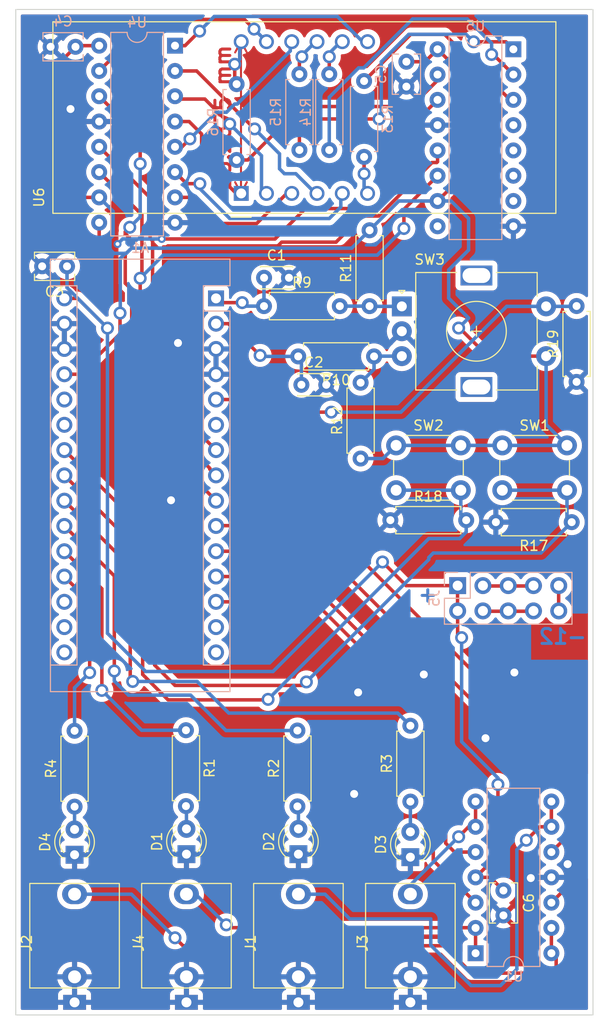
<source format=kicad_pcb>
(kicad_pcb (version 20211014) (generator pcbnew)
  (layers (0 "F.Cu" signal) (31 "B.Cu" signal) (34 "B.Paste" user) (35 "F.Paste" user) (36 "B.SilkS" user "B.Silkscreen") (37 "F.SilkS" user "F.Silkscreen") (38 "B.Mask" user) (39 "F.Mask" user) (44 "Edge.Cuts" user))
  (net 0 "")
  (net 1 "/D1")
  (net 2 "/D0")
  (net 3 "GND")
  (net 4 "/D2")
  (net 5 "/D3")
  (net 6 "/D4")
  (net 7 "/D5")
  (net 8 "/D6")
  (net 9 "/D7")
  (net 10 "/D8")
  (net 11 "/D9")
  (net 12 "/D10")
  (net 13 "/D11")
  (net 14 "/D12")
  (net 15 "/D13")
  (net 18 "Net-(A1-Pad23)")
  (net 21 "+5V")
  (net 22 "+12V")
  (net 23 "Net-(D1-Pad2)")
  (net 24 "Net-(D2-Pad2)")
  (net 25 "Net-(D3-Pad2)")
  (net 26 "Net-(D4-Pad2)")
  (net 27 "/L1")
  (net 28 "/L2")
  (net 29 "/L3")
  (net 30 "/L4")
  (net 31 "Net-(R11-Pad1)")
  (net 32 "Net-(R10-Pad1)")
  (net 33 "Net-(R13-Pad1)")
  (net 34 "Net-(R13-Pad2)")
  (net 35 "Net-(R14-Pad1)")
  (net 36 "Net-(R14-Pad2)")
  (net 37 "Net-(R15-Pad1)")
  (net 38 "Net-(R15-Pad2)")
  (net 39 "Net-(R16-Pad1)")
  (net 40 "Net-(R16-Pad2)")
  (net 41 "Net-(J1-PadT)")
  (net 42 "Net-(J2-PadT)")
  (net 43 "Net-(J3-PadT)")
  (net 44 "Net-(J4-PadT)")
  (net 45 "Net-(U4-Pad1)")
  (net 46 "Net-(U4-Pad2)")
  (net 47 "Net-(U4-Pad3)")
  (net 48 "Net-(U4-Pad4)")
  (net 49 "Net-(U4-Pad5)")
  (net 50 "Net-(U4-Pad6)")
  (net 51 "Net-(U4-Pad7)")
  (net 52 "Net-(U5-Pad14)")
  (net 53 "Net-(U4-Pad15)")
  (net 55 "Net-(A1-Pad24)")
  (net 60 "Net-(J5-Pad3)")
  (net 61 "Net-(J5-Pad4)")
  (net 62 "-12V")
  (footprint "Resistor_THT:R_Axial_DIN0207_L6.3mm_D2.5mm_P7.62mm_Horizontal" (layer "F.Cu") (at 57.64 71.3)
    (fp_text reference "R18")
    (fp_text value "10k")
  )
  (footprint "Resistor_THT:R_Axial_DIN0207_L6.3mm_D2.5mm_P7.62mm_Horizontal" (layer "F.Cu") (at 48.3 100.05 90)
    (fp_text reference "R2")
    (fp_text value "8k")
  )
  (footprint "LED_THT:LED_D3.0mm" (layer "F.Cu") (at 59.65 105.15 90)
    (fp_text reference "D3")
    (fp_text value "LED")
  )
  (footprint "LED_THT:LED_D3.0mm" (layer "F.Cu") (at 48.4 104.85 90)
    (fp_text reference "D2")
    (fp_text value "LED")
  )
  (footprint "Resistor_THT:R_Axial_DIN0207_L6.3mm_D2.5mm_P7.62mm_Horizontal" (layer "F.Cu") (at 56 54.85 180)
    (fp_text reference "R10")
    (fp_text value "10k")
  )
  (footprint "Capacitor_THT:C_Disc_D3.8mm_W2.6mm_P2.50mm" (layer "F.Cu") (at 69 108.5 -90)
    (fp_text reference "C6")
    (fp_text value "100n")
  )
  (footprint "LED_THT:LED_D3.0mm" (layer "F.Cu") (at 37.15 104.85 90)
    (fp_text reference "D1")
    (fp_text value "LED")
  )
  (footprint "Resistor_THT:R_Axial_DIN0207_L6.3mm_D2.5mm_P7.62mm_Horizontal" (layer "F.Cu") (at 44.94 49.8)
    (fp_text reference "R9")
    (fp_text value "10k")
  )
  (footprint "Eurorack:Thonkiconn" (layer "F.Cu") (at 37.15 113.792 90)
    (fp_text reference "J4")
    (fp_text value "AudioJack2_SwitchT")
  )
  (footprint "Eurorack:Thonkiconn" (layer "F.Cu") (at 59.65 113.792 90)
    (fp_text reference "J3")
    (fp_text value "AudioJack2_SwitchT")
  )
  (footprint "Capacitor_THT:C_Disc_D3.8mm_W2.6mm_P2.50mm" (layer "F.Cu") (at 25.15 45.8 180)
    (fp_text reference "C3")
    (fp_text value "100n")
  )
  (footprint "Button_Switch_THT:SW_PUSH_6mm" (layer "F.Cu") (at 68.886 63.79)
    (fp_text reference "SW1")
    (fp_text value "SW_Push")
  )
  (footprint "Rotary_Encoder:RotaryEncoder_Alps_EC11E-Switch_Vertical_H20mm" (layer "F.Cu") (at 58.79 49.824)
    (fp_text reference "SW3")
    (fp_text value "RotaryEncoder_Switch")
  )
  (footprint "Button_Switch_THT:SW_PUSH_6mm" (layer "F.Cu") (at 58.218 63.79)
    (fp_text reference "SW2")
    (fp_text value "SW_Push")
  )
  (footprint "Resistor_THT:R_Axial_DIN0207_L6.3mm_D2.5mm_P7.62mm_Horizontal" (layer "F.Cu") (at 75.86 71.5 180)
    (fp_text reference "R17")
    (fp_text value "10k")
  )
  (footprint "Capacitor_THT:C_Disc_D3.0mm_W2.0mm_P2.50mm" (layer "F.Cu") (at 44.95 46.95)
    (fp_text reference "C1")
    (fp_text value "10n")
  )
  (footprint "Capacitor_THT:C_Disc_D3.0mm_W2.0mm_P2.50mm" (layer "F.Cu") (at 48.7 57.7)
    (fp_text reference "C2")
    (fp_text value "10n")
  )
  (footprint "Eurorack:Thonkiconn" (layer "F.Cu") (at 25.908 113.792 90)
    (fp_text reference "J2")
    (fp_text value "AudioJack2_SwitchT")
  )
  (footprint "Resistor_THT:R_Axial_DIN0207_L6.3mm_D2.5mm_P7.62mm_Horizontal" (layer "F.Cu") (at 54.65 65.11 90)
    (fp_text reference "R12")
    (fp_text value "10k")
  )
  (footprint "Resistor_THT:R_Axial_DIN0207_L6.3mm_D2.5mm_P7.62mm_Horizontal" (layer "F.Cu") (at 59.65 99.568 90)
    (fp_text reference "R3")
    (fp_text value "8k")
  )
  (footprint "Resistor_THT:R_Axial_DIN0207_L6.3mm_D2.5mm_P7.62mm_Horizontal" (layer "F.Cu") (at 25.908 100.076 90)
    (fp_text reference "R4")
    (fp_text value "8k")
  )
  (footprint "LED_THT:LED_D3.0mm" (layer "F.Cu") (at 25.908 104.907 90)
    (fp_text reference "D4")
    (fp_text value "LED")
  )
  (footprint "Display_7Segment:CA56-12EWA" (layer "F.Cu") (at 42.65 38.4775 90)
    (fp_text reference "U6")
    (fp_text value "CA56-12EWA")
  )
  (footprint "Resistor_THT:R_Axial_DIN0207_L6.3mm_D2.5mm_P7.62mm_Horizontal" (layer "F.Cu") (at 55.55 49.8 90)
    (fp_text reference "R11")
    (fp_text value "10k")
  )
  (footprint "Resistor_THT:R_Axial_DIN0207_L6.3mm_D2.5mm_P7.62mm_Horizontal" (layer "F.Cu") (at 76.35 57.41 90)
    (fp_text reference "R19")
    (fp_text value "10k")
  )
  (footprint "Eurorack:Thonkiconn" (layer "F.Cu") (at 48.4 113.792 90)
    (fp_text reference "J1")
    (fp_text value "AudioJack2_SwitchT")
  )
  (footprint "Resistor_THT:R_Axial_DIN0207_L6.3mm_D2.5mm_P7.62mm_Horizontal" (layer "F.Cu") (at 37.1 92.4 -90)
    (fp_text reference "R1")
    (fp_text value "8k")
  )
  (footprint "Package_DIP:DIP-16_W7.62mm" (layer "B.Cu") (at 36 23.637 180)
    (fp_text reference "U4")
    (fp_text value "74HC595")
  )
  (footprint "Capacitor_THT:C_Disc_D3.8mm_W2.6mm_P2.50mm" (layer "B.Cu") (at 59.25 25.25 -90)
    (fp_text reference "C5")
    (fp_text value "100n")
  )
  (footprint "Connector_PinHeader_2.54mm:PinHeader_2x05_P2.54mm_Vertical" (layer "B.Cu") (at 64.4 77.875 -90)
    (fp_text reference "J5")
    (fp_text value "Conn_02x05_Odd_Even")
  )
  (footprint "Package_DIP:DIP-16_W7.62mm" (layer "B.Cu") (at 70 24 180)
    (fp_text reference "U5")
    (fp_text value "74HC595")
  )
  (footprint "Capacitor_THT:C_Disc_D3.8mm_W2.6mm_P2.50mm" (layer "B.Cu") (at 26 23.75 180)
    (fp_text reference "C4")
    (fp_text value "100n")
  )
  (footprint "Module:Arduino_Nano" (layer "B.Cu") (at 40.122 49.022 180)
    (fp_text reference "A1")
    (fp_text value "Arduino_Nano_v3.x")
  )
  (footprint "Resistor_THT:R_Axial_DIN0207_L6.3mm_D2.5mm_P7.62mm_Horizontal" (layer "B.Cu") (at 55 34.81 90)
    (fp_text reference "R13")
    (fp_text value "220")
  )
  (footprint "Package_DIP:DIP-14_W7.62mm" (layer "B.Cu") (at 66.2 114.8)
    (fp_text reference "U1")
    (fp_text value "LM324")
  )
  (footprint "Resistor_THT:R_Axial_DIN0207_L6.3mm_D2.5mm_P7.62mm_Horizontal" (layer "B.Cu") (at 42.19 27.5 -90)
    (fp_text reference "R16")
    (fp_text value "220")
  )
  (footprint "Resistor_THT:R_Axial_DIN0207_L6.3mm_D2.5mm_P7.62mm_Horizontal" (layer "B.Cu") (at 48.5 26.5 -90)
    (fp_text reference "R15")
    (fp_text value "220")
  )
  (footprint "Resistor_THT:R_Axial_DIN0207_L6.3mm_D2.5mm_P7.62mm_Horizontal" (layer "B.Cu") (at 51.5 26.5 -90)
    (fp_text reference "R14")
    (fp_text value "220")
  )
  (gr_rect (start 20 20) (end 78 121) (layer "Edge.Cuts") (width 0.1) (fill none))
  (gr_text "+" (at 61.4 78.75) (layer "B.Cu") (effects (font (size 1.5 1.5) (thickness 0.3)) (justify mirror)))
  (gr_text "-12" (at 74.95 83) (layer "B.Cu") (effects (font (size 1.5 1.5) (thickness 0.3)) (justify mirror)))
  (dimension (type aligned) (layer "F.Cu") (pts (xy 42.65 38.4775) (xy 42.65 23.19)) (height -0.02) (gr_text "15.2875 mm" (at 40.83 30.83375 90) (layer "F.Cu") (effects (font (size 1.5 1.5) (thickness 0.3)))) (format (units 3) (units_format 1) (precision 4)) (style (thickness 0.2) (arrow_length 1.27) (text_position_mode 0) (extension_height 0.58642) (extension_offset 0.5) keep_text_aligned))
  (segment (start 42.75 49.45) (end 40.55 49.45) (width 0.35) (layer "F.Cu") (net 1))
  (segment (start 40.55 49.45) (end 40.122 49.022) (width 0.35) (layer "F.Cu") (net 1))
  (via (at 42.75 49.45) (size 1.3) (drill 0.8) (layers "F.Cu" "B.Cu") (net 1))
  (segment (start 43.1 49.8) (end 42.75 49.45) (width 0.35) (layer "B.Cu") (net 1))
  (segment (start 44.94 49.8) (end 44.94 46.96) (width 0.35) (layer "B.Cu") (net 1))
  (segment (start 44.94 49.8) (end 43.1 49.8) (width 0.35) (layer "B.Cu") (net 1))
  (segment (start 44.94 46.96) (end 44.95 46.95) (width 0.35) (layer "B.Cu") (net 1))
  (segment (start 40.122 51.562) (end 41.362 51.562) (width 0.35) (layer "F.Cu") (net 2))
  (segment (start 41.362 51.562) (end 44.55 54.75) (width 0.35) (layer "F.Cu") (net 2))
  (via (at 44.55 54.75) (size 1.3) (drill 0.8) (layers "F.Cu" "B.Cu") (net 2))
  (segment (start 44.55 54.75) (end 44.65 54.85) (width 0.35) (layer "B.Cu") (net 2))
  (segment (start 48.7 55.17) (end 48.7 57.7) (width 0.35) (layer "B.Cu") (net 2))
  (segment (start 44.65 54.85) (end 48.38 54.85) (width 0.35) (layer "B.Cu") (net 2))
  (segment (start 48.38 54.85) (end 48.7 55.17) (width 0.35) (layer "B.Cu") (net 2))
  (via (at 25.5 30) (size 1.3) (drill 0.8) (layers "F.Cu" "B.Cu") (net 3))
  (via (at 54.4 88.6) (size 1.3) (drill 0.8) (layers "F.Cu" "B.Cu") (net 3))
  (via (at 54 98.8) (size 1.3) (drill 0.8) (layers "F.Cu" "B.Cu") (net 3))
  (via (at 75.45 105.85) (size 1.3) (drill 0.8) (layers "F.Cu" "B.Cu") (net 3))
  (via (at 61 86.8) (size 1.3) (drill 0.8) (layers "F.Cu" "B.Cu") (net 3))
  (via (at 70.1 86.6) (size 1.3) (drill 0.8) (layers "F.Cu" "B.Cu") (net 3))
  (via (at 35.6 69.3) (size 1.3) (drill 0.8) (layers "F.Cu" "B.Cu") (net 3))
  (via (at 71.75 107.25) (size 1.3) (drill 0.8) (layers "F.Cu" "B.Cu") (net 3))
  (via (at 67.2 93.2) (size 1.3) (drill 0.8) (layers "F.Cu" "B.Cu") (net 3))
  (via (at 36.3 53.5) (size 1.3) (drill 0.8) (layers "F.Cu" "B.Cu") (net 3))
  (segment (start 41.882 59.182) (end 40.122 59.182) (width 0.35) (layer "F.Cu") (net 4))
  (segment (start 51.7 60.45) (end 43.15 60.45) (width 0.35) (layer "F.Cu") (net 4))
  (segment (start 43.15 60.45) (end 41.882 59.182) (width 0.35) (layer "F.Cu") (net 4))
  (via (at 51.7 60.45) (size 1.3) (drill 0.8) (layers "F.Cu" "B.Cu") (net 4))
  (segment (start 69.326 49.824) (end 61.95 57.2) (width 0.35) (layer "B.Cu") (net 4))
  (segment (start 73.29 49.824) (end 69.326 49.824) (width 0.35) (layer "B.Cu") (net 4))
  (segment (start 76.316 49.824) (end 76.35 49.79) (width 0.35) (layer "B.Cu") (net 4))
  (segment (start 73.29 49.824) (end 76.316 49.824) (width 0.35) (layer "B.Cu") (net 4))
  (segment (start 58.7 60.45) (end 52 60.45) (width 0.35) (layer "B.Cu") (net 4))
  (segment (start 52 60.45) (end 51.7 60.45) (width 0.35) (layer "B.Cu") (net 4))
  (segment (start 61.95 57.2) (end 58.7 60.45) (width 0.35) (layer "B.Cu") (net 4))
  (segment (start 35.053942 43.977501) (end 35.278932 43.752511) (width 0.35) (layer "F.Cu") (net 6))
  (segment (start 35.278932 43.752511) (end 46.339248 43.75251) (width 0.35) (layer "F.Cu") (net 6))
  (segment (start 52.181918 43.371511) (end 54.803429 40.75) (width 0.35) (layer "F.Cu") (net 6))
  (segment (start 33.5 43) (end 33.5 38.917) (width 0.35) (layer "F.Cu") (net 6))
  (segment (start 33.746499 57.886499) (end 33.746499 43.246499) (width 0.35) (layer "F.Cu") (net 6))
  (segment (start 54.803429 40.75) (end 56.456857 40.75) (width 0.35) (layer "F.Cu") (net 6))
  (segment (start 33.746499 43.435942) (end 34.288058 43.977501) (width 0.35) (layer "F.Cu") (net 6))
  (segment (start 62.38 35.29137) (end 62.38 34.16) (width 0.35) (layer "F.Cu") (net 6))
  (segment (start 33.5 38.917) (end 28.38 33.797) (width 0.35) (layer "F.Cu") (net 6))
  (segment (start 61.831368 35.375489) (end 62.295881 35.375489) (width 0.35) (layer "F.Cu") (net 6))
  (segment (start 46.339248 43.75251) (end 46.720247 43.371511) (width 0.35) (layer "F.Cu") (net 6))
  (segment (start 46.720247 43.371511) (end 52.181918 43.371511) (width 0.35) (layer "F.Cu") (net 6))
  (segment (start 62.295881 35.375489) (end 62.38 35.29137) (width 0.35) (layer "F.Cu") (net 6))
  (segment (start 33.746499 43.246499) (end 33.746499 43.435942) (width 0.35) (layer "F.Cu") (net 6))
  (segment (start 33.5 43) (end 33.746499 43.246499) (width 0.35) (layer "F.Cu") (net 6))
  (segment (start 34.288058 43.977501) (end 35.053942 43.977501) (width 0.35) (layer "F.Cu") (net 6))
  (segment (start 56.456857 40.75) (end 61.831368 35.375489) (width 0.35) (layer "F.Cu") (net 6))
  (segment (start 40.122 64.262) (end 33.746499 57.886499) (width 0.35) (layer "F.Cu") (net 6))
  (segment (start 32.674501 40.631501) (end 28.38 36.337) (width 0.35) (layer "F.Cu") (net 7))
  (segment (start 32.674501 46.825499) (end 32.674501 40.631501) (width 0.35) (layer "F.Cu") (net 7))
  (segment (start 40.122 66.802) (end 39.497 66.177) (width 0.35) (layer "F.Cu") (net 7))
  (segment (start 39.497 66.087886) (end 32.5 59.090886) (width 0.35) (layer "F.Cu") (net 7))
  (segment (start 39.497 66.177) (end 39.497 66.087886) (width 0.35) (layer "F.Cu") (net 7))
  (segment (start 59 40.08) (end 62.38 36.7) (width 0.35) (layer "F.Cu") (net 7))
  (segment (start 32.5 59.090886) (end 32.5 47) (width 0.35) (layer "F.Cu") (net 7))
  (segment (start 59 42) (end 59 40.08) (width 0.35) (layer "F.Cu") (net 7))
  (segment (start 32.5 47) (end 32.674501 46.825499) (width 0.35) (layer "F.Cu") (net 7))
  (via (at 59 42) (size 1.3) (drill 0.8) (layers "F.Cu" "B.Cu") (net 7))
  (via (at 32.5 47) (size 1.3) (drill 0.8) (layers "F.Cu" "B.Cu") (net 7))
  (segment (start 34.822988 44.677012) (end 56.322988 44.677012) (width 0.35) (layer "B.Cu") (net 7))
  (segment (start 56.322988 44.677012) (end 59 42) (width 0.35) (layer "B.Cu") (net 7))
  (segment (start 32.5 47) (end 34.822988 44.677012) (width 0.35) (layer "B.Cu") (net 7))
  (segment (start 31.650001 48.150001) (end 31 47.5) (width 0.35) (layer "F.Cu") (net 8))
  (segment (start 31 47.5) (end 31 44.485501) (width 0.35) (layer "F.Cu") (net 8))
  (segment (start 31.658501 43.943942) (end 31.658501 43.178058) (width 0.35) (layer "F.Cu") (net 8))
  (segment (start 31.658501 43.178058) (end 31.116942 42.636499) (width 0.35) (layer "F.Cu") (net 8))
  (segment (start 31.116942 42.636499) (end 31 42.636499) (width 0.35) (layer "F.Cu") (net 8))
  (segment (start 32.5 35.5) (end 32.5 32.837) (width 0.35) (layer "F.Cu") (net 8))
  (segment (start 32.5 32.837) (end 28.38 28.717) (width 0.35) (layer "F.Cu") (net 8))
  (segment (start 31 42.333466) (end 31.454966 41.8785) (width 0.35) (layer "F.Cu") (net 8))
  (segment (start 31 42.636499) (end 31 42.333466) (width 0.35) (layer "F.Cu") (net 8))
  (segment (start 40.122 69.342) (end 31.650001 60.870001) (width 0.35) (layer "F.Cu") (net 8))
  (segment (start 31.650001 60.870001) (end 31.650001 48.150001) (width 0.35) (layer "F.Cu") (net 8))
  (segment (start 31 44.485501) (end 31.116942 44.485501) (width 0.35) (layer "F.Cu") (net 8))
  (segment (start 31.116942 44.485501) (end 31.658501 43.943942) (width 0.35) (layer "F.Cu") (net 8))
  (via (at 31.454966 41.8785) (size 1.3) (drill 0.8) (layers "F.Cu" "B.Cu") (net 8))
  (via (at 32.5 35.5) (size 1.3) (drill 0.8) (layers "F.Cu" "B.Cu") (net 8))
  (segment (start 32.5 40.833466) (end 31.454966 41.8785) (width 0.35) (layer "B.Cu") (net 8))
  (segment (start 32.5 35.5) (end 32.5 40.833466) (width 0.35) (layer "B.Cu") (net 8))
  (segment (start 40.154 71.85) (end 40.122 71.882) (width 0.35) (layer "F.Cu") (net 9))
  (segment (start 73.82 109.72) (end 76.85 106.69) (width 0.35) (layer "F.Cu") (net 9))
  (segment (start 76.85 97.4) (end 51.3 71.85) (width 0.35) (layer "F.Cu") (net 9))
  (segment (start 51.3 71.85) (end 40.154 71.85) (width 0.35) (layer "F.Cu") (net 9))
  (segment (start 76.85 106.69) (end 76.85 97.4) (width 0.35) (layer "F.Cu") (net 9))
  (segment (start 50.872 74.422) (end 40.122 74.422) (width 0.35) (layer "F.Cu") (net 10))
  (segment (start 73.82 104.64) (end 75.65 102.81) (width 0.35) (layer "F.Cu") (net 10))
  (segment (start 75.65 99.2) (end 50.872 74.422) (width 0.35) (layer "F.Cu") (net 10))
  (segment (start 75.65 102.81) (end 75.65 99.2) (width 0.35) (layer "F.Cu") (net 10))
  (segment (start 66.2 104.64) (end 64.09 104.64) (width 0.35) (layer "F.Cu") (net 11))
  (segment (start 63.2 103.75) (end 63.2 91.25) (width 0.35) (layer "F.Cu") (net 11))
  (segment (start 63.2 91.25) (end 49.1 77.15) (width 0.35) (layer "F.Cu") (net 11))
  (segment (start 49.1 77.15) (end 42.95 77.15) (width 0.35) (layer "F.Cu") (net 11))
  (segment (start 64.09 104.64) (end 63.2 103.75) (width 0.35) (layer "F.Cu") (net 11))
  (segment (start 42.95 77.15) (end 42.762 76.962) (width 0.35) (layer "F.Cu") (net 11))
  (segment (start 42.762 76.962) (end 40.122 76.962) (width 0.35) (layer "F.Cu") (net 11))
  (segment (start 50.002 79.502) (end 61.95 91.45) (width 0.35) (layer "F.Cu") (net 12))
  (segment (start 61.95 91.45) (end 61.95 105.47) (width 0.35) (layer "F.Cu") (net 12))
  (segment (start 61.95 105.47) (end 66.2 109.72) (width 0.35) (layer "F.Cu") (net 12))
  (segment (start 40.122 79.502) (end 50.002 79.502) (width 0.35) (layer "F.Cu") (net 12))
  (segment (start 32.75 74.67) (end 32.75 86.8) (width 0.35) (layer "F.Cu") (net 18))
  (segment (start 32.75 86.8) (end 35.3 89.35) (width 0.35) (layer "F.Cu") (net 18))
  (segment (start 24.882 66.802) (end 32.75 74.67) (width 0.35) (layer "F.Cu") (net 18))
  (segment (start 35.3 89.35) (end 45.3 89.35) (width 0.35) (layer "F.Cu") (net 18))
  (segment (start 45.3 89.35) (end 45.35 89.3) (width 0.35) (layer "F.Cu") (net 18))
  (via (at 45.35 89.3) (size 1.3) (drill 0.8) (layers "F.Cu" "B.Cu") (net 18))
  (segment (start 45.35 89.3) (end 61.5 73.15) (width 0.35) (layer "B.Cu") (net 18))
  (segment (start 61.5 73.15) (end 64.6 73.15) (width 0.35) (layer "B.Cu") (net 18))
  (segment (start 64.718 70.758) (end 65.26 71.3) (width 0.35) (layer "B.Cu") (net 18))
  (segment (start 64.718 68.29) (end 64.718 70.758) (width 0.35) (layer "B.Cu") (net 18))
  (segment (start 58.218 68.29) (end 64.718 68.29) (width 0.35) (layer "B.Cu") (net 18))
  (segment (start 65.26 72.49) (end 65.26 71.3) (width 0.35) (layer "B.Cu") (net 18))
  (segment (start 64.6 73.15) (end 65.26 72.49) (width 0.35) (layer "B.Cu") (net 18))
  (segment (start 23.25 35.5) (end 23.25 26.5) (width 0.35) (layer "F.Cu") (net 21))
  (segment (start 23.25 26.5) (end 26 23.75) (width 0.35) (layer "F.Cu") (net 21))
  (segment (start 30.4755 52.575638) (end 30.4755 50.5) (width 0.35) (layer "F.Cu") (net 21))
  (segment (start 26.627 38.877) (end 23.25 35.5) (width 0.35) (layer "F.Cu") (net 21))
  (segment (start 61.13 25.25) (end 62.38 24) (width 0.35) (layer "F.Cu") (net 21))
  (segment (start 64.275988 37.344012) (end 64.275989 25.895989) (width 0.35) (layer "F.Cu") (net 21))
  (segment (start 26.409138 56.642) (end 30.4755 52.575638) (width 0.35) (layer "F.Cu") (net 21))
  (segment (start 64.9 52.3) (end 64.6 52) (width 0.35) (layer "F.Cu") (net 21))
  (segment (start 62.38 39.24) (end 64.275988 37.344012) (width 0.35) (layer "F.Cu") (net 21))
  (segment (start 67.424 54.824) (end 64.9 52.3) (width 0.35) (layer "F.Cu") (net 21))
  (segment (start 73.29 54.824) (end 67.424 54.824) (width 0.35) (layer "F.Cu") (net 21))
  (segment (start 26.113 23.637) (end 26 23.75) (width 0.35) (layer "F.Cu") (net 21))
  (segment (start 28.38 38.877) (end 26.627 38.877) (width 0.35) (layer "F.Cu") (net 21))
  (segment (start 59.25 25.25) (end 61.13 25.25) (width 0.35) (layer "F.Cu") (net 21))
  (segment (start 64.275989 25.895989) (end 62.38 24) (width 0.35) (layer "F.Cu") (net 21))
  (segment (start 24.882 56.642) (end 26.409138 56.642) (width 0.35) (layer "F.Cu") (net 21))
  (segment (start 28.38 23.637) (end 26.113 23.637) (width 0.35) (layer "F.Cu") (net 21))
  (segment (start 64.6 52) (end 64.5 52) (width 0.35) (layer "F.Cu") (net 21))
  (via (at 30.4755 50.5) (size 1.3) (drill 0.8) (layers "F.Cu" "B.Cu") (net 21))
  (via (at 64.5 52) (size 1.3) (drill 0.8) (layers "F.Cu" "B.Cu") (net 21))
  (segment (start 64.718 63.79) (end 68.886 63.79) (width 0.35) (layer "B.Cu") (net 21))
  (segment (start 29.780489 40.277489) (end 28.38 38.877) (width 0.35) (layer "B.Cu") (net 21))
  (segment (start 63.74 39.24) (end 62.38 39.24) (width 0.35) (layer "B.Cu") (net 21))
  (segment (start 29.301499 43.943942) (end 29.301499 43.178058) (width 0.35) (layer "B.Cu") (net 21))
  (segment (start 30.5 45) (end 30.5 50.4755) (width 0.35) (layer "B.Cu") (net 21))
  (segment (start 62.38 39.24) (end 60.74 39.24) (width 0.35) (layer "B.Cu") (net 21))
  (segment (start 75.386 63.79) (end 73.29 61.694) (width 0.35) (layer "B.Cu") (net 21))
  (segment (start 65.5 41) (end 63.74 39.24) (width 0.35) (layer "B.Cu") (net 21))
  (segment (start 63.5 49) (end 63.5 46.164978) (width 0.35) (layer "B.Cu") (net 21))
  (segment (start 73.29 61.694) (end 73.29 54.824) (width 0.35) (layer "B.Cu") (net 21))
  (segment (start 31.624942 43.977501) (end 53.752499 43.977501) (width 0.35) (layer "B.Cu") (net 21))
  (segment (start 31 44.5) (end 30.5 45) (width 0.35) (layer "B.Cu") (net 21))
  (segment (start 63.5 46.164978) (end 65.5 44.164978) (width 0.35) (layer "B.Cu") (net 21))
  (segment (start 68.886 63.79) (end 75.386 63.79) (width 0.35) (layer "B.Cu") (net 21))
  (segment (start 31 44.5) (end 31.102443 44.5) (width 0.35) (layer "B.Cu") (net 21))
  (segment (start 29.301499 43.178058) (end 29.780489 42.699068) (width 0.35) (layer "B.Cu") (net 21))
  (segment (start 58.218 63.79) (end 64.718 63.79) (width 0.35) (layer "B.Cu") (net 21))
  (segment (start 31.102443 44.5) (end 31.624942 43.977501) (width 0.35) (layer "B.Cu") (net 21))
  (segment (start 29.857557 44.5) (end 29.301499 43.943942) (width 0.35) (layer "B.Cu") (net 21))
  (segment (start 60.74 39.24) (end 58.49 39.24) (width 0.35) (layer "B.Cu") (net 21))
  (segment (start 56.898 65.11) (end 58.218 63.79) (width 0.35) (layer "B.Cu") (net 21))
  (segment (start 58.49 39.24) (end 55.55 42.18) (width 0.35) (layer "B.Cu") (net 21))
  (segment (start 30.5 50.4755) (end 30.4755 50.5) (width 0.35) (layer "B.Cu") (net 21))
  (segment (start 64.5 52) (end 65.5 51) (width 0.35) (layer "B.Cu") (net 21))
  (segment (start 53.752499 43.977501) (end 55.55 42.18) (width 0.35) (layer "B.Cu") (net 21))
  (segment (start 31 44.5) (end 29.857557 44.5) (width 0.35) (layer "B.Cu") (net 21))
  (segment (start 54.65 65.11) (end 56.898 65.11) (width 0.35) (layer "B.Cu") (net 21))
  (segment (start 65.5 44.164978) (end 65.5 41) (width 0.35) (layer "B.Cu") (net 21))
  (segment (start 29.780489 42.699068) (end 29.780489 40.277489) (width 0.35) (layer "B.Cu") (net 21))
  (segment (start 65.5 51) (end 63.5 49) (width 0.35) (layer "B.Cu") (net 21))
  (segment (start 64.4 77.875) (end 59.225 77.875) (width 0.35) (layer "F.Cu") (net 22))
  (segment (start 59.225 77.875) (end 56.85 75.5) (width 0.35) (layer "F.Cu") (net 22))
  (segment (start 68.45 104.93) (end 66.2 107.18) (width 0.35) (layer "F.Cu") (net 22))
  (segment (start 64.4 80.415) (end 64.4 82.7) (width 0.35) (layer "F.Cu") (net 22))
  (segment (start 66.2 107.18) (end 67.68 107.18) (width 0.35) (layer "F.Cu") (net 22))
  (segment (start 64.39 77.91) (end 64.39 80.45) (width 0.35) (layer "F.Cu") (net 22))
  (segment (start 26.229121 49.022) (end 29.212967 52.005846) (width 0.35) (layer "F.Cu") (net 22))
  (segment (start 68.45 97.85) (end 68.45 104.93) (width 0.35) (layer "F.Cu") (net 22))
  (segment (start 24.882 49.022) (end 26.229121 49.022) (width 0.35) (layer "F.Cu") (net 22))
  (segment (start 64.4 82.7) (end 64.8 83.1) (width 0.35) (layer "F.Cu") (net 22))
  (segment (start 67.68 107.18) (end 69 108.5) (width 0.35) (layer "F.Cu") (net 22))
  (via (at 56.85 75.5) (size 1.3) (drill 0.8) (layers "F.Cu" "B.Cu") (net 22))
  (via (at 68.45 97.85) (size 1.3) (drill 0.8) (layers "F.Cu" "B.Cu") (net 22))
  (via (at 64.8 83.1) (size 1.3) (drill 0.8) (layers "F.Cu" "B.Cu") (net 22))
  (via (at 29.212967 52.005846) (size 1.3) (drill 0.8) (layers "F.Cu" "B.Cu") (net 22))
  (segment (start 64.8 93.55) (end 68.25 97) (width 0.35) (layer "B.Cu") (net 22))
  (segment (start 64.8 83.1) (end 64.8 93.55) (width 0.35) (layer "B.Cu") (net 22))
  (segment (start 68.45 97.2) (end 68.45 97.85) (width 0.35) (layer "B.Cu") (net 22))
  (segment (start 33.05 86.5) (end 29.212967 82.662967) (width 0.35) (layer "B.Cu") (net 22))
  (segment (start 29.212967 82.662967) (end 29.212967 52.005846) (width 0.35) (layer "B.Cu") (net 22))
  (segment (start 25.15 47.942879) (end 29.212967 52.005846) (width 0.35) (layer "B.Cu") (net 22))
  (segment (start 45.85 86.5) (end 33.05 86.5) (width 0.35) (layer "B.Cu") (net 22))
  (segment (start 56.85 75.5) (end 45.85 86.5) (width 0.35) (layer "B.Cu") (net 22))
  (segment (start 68.25 97) (end 68.45 97.2) (width 0.35) (layer "B.Cu") (net 22))
  (segment (start 25.15 45.8) (end 25.15 47.942879) (width 0.35) (layer "B.Cu") (net 22))
  (segment (start 37.15 100.07) (end 37.15 102.31) (width 0.35) (layer "B.Cu") (net 23))
  (segment (start 37.1 100.02) (end 37.15 100.07) (width 0.35) (layer "B.Cu") (net 23))
  (segment (start 48.4 100.15) (end 48.4 102.31) (width 0.35) (layer "B.Cu") (net 24))
  (segment (start 48.3 100.05) (end 48.4 100.15) (width 0.35) (layer "B.Cu") (net 24))
  (segment (start 59.65 99.568) (end 59.65 102.61) (width 0.35) (layer "B.Cu") (net 25))
  (segment (start 25.908 100.076) (end 25.908 102.367) (width 0.35) (layer "B.Cu") (net 26))
  (segment (start 31.5 87.25) (end 31.75 87.5) (width 0.35) (layer "F.Cu") (net 27))
  (segment (start 31.5 75.96) (end 31.5 87.25) (width 0.35) (layer "F.Cu") (net 27))
  (segment (start 24.882 69.342) (end 31.5 75.96) (width 0.35) (layer "F.Cu") (net 27))
  (via (at 31.75 87.5) (size 1.3) (drill 0.8) (layers "F.Cu" "B.Cu") (net 27))
  (segment (start 38.224 87.5) (end 31.75 87.5) (width 0.35) (layer "B.Cu") (net 27))
  (segment (start 59.65 91.948) (end 58.38 90.678) (width 0.35) (layer "B.Cu") (net 27))
  (segment (start 58.38 90.678) (end 41.402 90.678) (width 0.35) (layer "B.Cu") (net 27))
  (segment (start 41.402 90.678) (end 38.224 87.5) (width 0.35) (layer "B.Cu") (net 27))
  (segment (start 24.882 71.882) (end 29.9 76.9) (width 0.35) (layer "F.Cu") (net 28))
  (segment (start 29.9 76.9) (end 29.9 86.45) (width 0.35) (layer "F.Cu") (net 28))
  (via (at 29.9 86.45) (size 1.3) (drill 0.8) (layers "F.Cu" "B.Cu") (net 28))
  (segment (start 31.325637 88.874501) (end 29.9 87.448864) (width 0.35) (layer "B.Cu") (net 28))
  (segment (start 37.566501 88.874501) (end 31.325637 88.874501) (width 0.35) (layer "B.Cu") (net 28))
  (segment (start 41.122 92.43) (end 37.566501 88.874501) (width 0.35) (layer "B.Cu") (net 28))
  (segment (start 48.3 92.43) (end 41.122 92.43) (width 0.35) (layer "B.Cu") (net 28))
  (segment (start 29.9 87.448864) (end 29.9 86.45) (width 0.35) (layer "B.Cu") (net 28))
  (segment (start 28.65 78.19) (end 28.65 88.4) (width 0.35) (layer "F.Cu") (net 29))
  (segment (start 24.882 74.422) (end 28.65 78.19) (width 0.35) (layer "F.Cu") (net 29))
  (via (at 28.65 88.4) (size 1.3) (drill 0.8) (layers "F.Cu" "B.Cu") (net 29))
  (segment (start 37.1 92.4) (end 32.65 92.4) (width 0.35) (layer "B.Cu") (net 29))
  (segment (start 32.65 92.4) (end 28.65 88.4) (width 0.35) (layer "B.Cu") (net 29))
  (segment (start 24.882 76.962) (end 27.4255 79.5055) (width 0.35) (layer "F.Cu") (net 30))
  (segment (start 27.4255 79.5055) (end 27.4255 86.614) (width 0.35) (layer "F.Cu") (net 30))
  (via (at 27.4255 86.614) (size 1.3) (drill 0.8) (layers "F.Cu" "B.Cu") (net 30))
  (segment (start 25.908 88.1315) (end 27.4255 86.614) (width 0.35) (layer "B.Cu") (net 30))
  (segment (start 25.908 92.456) (end 25.908 88.1315) (width 0.35) (layer "B.Cu") (net 30))
  (segment (start 55.55 49.8) (end 52.56 49.8) (width 0.35) (layer "B.Cu") (net 31))
  (segment (start 55.574 49.824) (end 55.55 49.8) (width 0.35) (layer "B.Cu") (net 31))
  (segment (start 58.79 49.824) (end 55.574 49.824) (width 0.35) (layer "B.Cu") (net 31))
  (segment (start 56.026 54.824) (end 56 54.85) (width 0.35) (layer "B.Cu") (net 32))
  (segment (start 58.79 54.824) (end 56.026 54.824) (width 0.35) (layer "B.Cu") (net 32))
  (segment (start 56 54.85) (end 56 56.14) (width 0.35) (layer "B.Cu") (net 32))
  (segment (start 56 56.14) (end 54.65 57.49) (width 0.35) (layer "B.Cu") (net 32))
  (segment (start 55 36.5) (end 55 34.81) (width 0.35) (layer "F.Cu") (net 33))
  (via (at 55 36.5) (size 1.3) (drill 0.8) (layers "F.Cu" "B.Cu") (net 33))
  (segment (start 55.2 38.4775) (end 55 38.2775) (width 0.35) (layer "B.Cu") (net 33))
  (segment (start 55 38.2775) (end 55 36.5) (width 0.35) (layer "B.Cu") (net 33))
  (segment (start 63.089004 22.5) (end 59.69 22.5) (width 0.35) (layer "F.Cu") (net 34))
  (segment (start 59.69 22.5) (end 55 27.19) (width 0.35) (layer "F.Cu") (net 34))
  (segment (start 70 29.08) (end 69.669004 29.08) (width 0.35) (layer "F.Cu") (net 34))
  (segment (start 69.669004 29.08) (end 63.089004 22.5) (width 0.35) (layer "F.Cu") (net 34))
  (segment (start 51.5 26.5) (end 51.5 24.75) (width 0.35) (layer "F.Cu") (net 35))
  (via (at 51.5 24.75) (size 1.3) (drill 0.8) (layers "F.Cu" "B.Cu") (net 35))
  (segment (start 51.5 24.3975) (end 51.5 24.75) (width 0.35) (layer "B.Cu") (net 35))
  (segment (start 52.66 23.2375) (end 51.5 24.3975) (width 0.35) (layer "B.Cu") (net 35))
  (segment (start 70 26.54) (end 67.981619 24.521619) (width 0.35) (layer "F.Cu") (net 36))
  (segment (start 67.981619 24.521619) (end 67.814856 24.521619) (width 0.35) (layer "F.Cu") (net 36))
  (via (at 67.814856 24.521619) (size 1.3) (drill 0.8) (layers "F.Cu" "B.Cu") (net 36))
  (segment (start 54.451368 25.865489) (end 54.963725 25.865489) (width 0.35) (layer "B.Cu") (net 36))
  (segment (start 65.361485 20.950489) (end 67.814856 23.40386) (width 0.35) (layer "B.Cu") (net 36))
  (segment (start 51.5 28.816857) (end 54.451368 25.865489) (width 0.35) (layer "B.Cu") (net 36))
  (segment (start 54.963725 25.865489) (end 59.878725 20.950489) (width 0.35) (layer "B.Cu") (net 36))
  (segment (start 51.5 34.12) (end 51.5 28.816857) (width 0.35) (layer "B.Cu") (net 36))
  (segment (start 59.878725 20.950489) (end 65.361485 20.950489) (width 0.35) (layer "B.Cu") (net 36))
  (segment (start 67.814856 23.40386) (end 67.814856 24.521619) (width 0.35) (layer "B.Cu") (net 36))
  (segment (start 48.5 26.5) (end 48.5 25) (width 0.35) (layer "F.Cu") (net 37))
  (segment (start 48.5 25) (end 48.75 24.75) (width 0.35) (layer "F.Cu") (net 37))
  (via (at 48.75 24.75) (size 1.3) (drill 0.8) (layers "F.Cu" "B.Cu") (net 37))
  (segment (start 48.75 24.6075) (end 48.75 24.75) (width 0.35) (layer "B.Cu") (net 37))
  (segment (start 50.12 23.2375) (end 48.75 24.6075) (width 0.35) (layer "B.Cu") (net 37))
  (segment (start 70 24) (end 69.25 23.25) (width 0.35) (layer "F.Cu") (net 38))
  (segment (start 48.5 32.5) (end 48.5 34.12) (width 0.35) (layer "F.Cu") (net 38))
  (segment (start 50 31) (end 48.5 32.5) (width 0.35) (layer "F.Cu") (net 38))
  (segment (start 69.25 23.25) (end 66 23.25) (width 0.35) (layer "F.Cu") (net 38))
  (segment (start 56.5 31) (end 50 31) (width 0.35) (layer "F.Cu") (net 38))
  (via (at 56.5 31) (size 1.3) (drill 0.8) (layers "F.Cu" "B.Cu") (net 38))
  (via (at 66 23.25) (size 1.3) (drill 0.8) (layers "F.Cu" "B.Cu") (net 38))
  (segment (start 59.489258 22.5) (end 65.25 22.5) (width 0.35) (layer "B.Cu") (net 38))
  (segment (start 56.5 31) (end 56.724021 30.775979) (width 0.35) (layer "B.Cu") (net 38))
  (segment (start 56.724021 25.265237) (end 59.489258 22.5) (width 0.35) (layer "B.Cu") (net 38))
  (segment (start 65.25 22.5) (end 66 23.25) (width 0.35) (layer "B.Cu") (net 38))
  (segment (start 56.724021 30.775979) (end 56.724021 25.265237) (width 0.35) (layer "B.Cu") (net 38))
  (segment (start 42 25.5) (end 42 27.31) (width 0.35) (layer "F.Cu") (net 39))
  (segment (start 42 27.31) (end 42.19 27.5) (width 0.35) (layer "F.Cu") (net 39))
  (via (at 42 25.5) (size 1.3) (drill 0.8) (layers "F.Cu" "B.Cu") (net 39))
  (segment (start 42.5 23.2375) (end 42.5 25) (width 0.35) (layer "B.Cu") (net 39))
  (segment (start 42.5 25) (end 42 25.5) (width 0.35) (layer "B.Cu") (net 39))
  (segment (start 62.38 26.54) (end 62.38 27.12) (width 0.35) (layer "F.Cu") (net 40))
  (segment (start 59.75 29.75) (end 48.69137 29.75) (width 0.35) (layer "F.Cu") (net 40))
  (segment (start 48.69137 29.75) (end 43.32137 35.12) (width 0.35) (layer "F.Cu") (net 40))
  (segment (start 43.32137 35.12) (end 42.19 35.12) (width 0.35) (layer "F.Cu") (net 40))
  (segment (start 62.38 27.12) (end 59.75 29.75) (width 0.35) (layer "F.Cu") (net 40))
  (segment (start 73.82 99.56) (end 73.82 102.1) (width 0.35) (layer "F.Cu") (net 41))
  (segment (start 72.65 102.1) (end 71.3 103.45) (width 0.35) (layer "F.Cu") (net 41))
  (segment (start 73.82 99.575) (end 73.82 102.1) (width 0.35) (layer "F.Cu") (net 41))
  (segment (start 73.82 102.1) (end 72.65 102.1) (width 0.35) (layer "F.Cu") (net 41))
  (via (at 71.3 103.45) (size 1.3) (drill 0.8) (layers "F.Cu" "B.Cu") (net 41))
  (segment (start 70.35 104.4) (end 70.35 116.4) (width 0.35) (layer "B.Cu") (net 41))
  (segment (start 61.7 114) (end 61.7 111.35) (width 0.35) (layer "B.Cu") (net 41))
  (segment (start 68.7 118.05) (end 65.75 118.05) (width 0.35) (layer "B.Cu") (net 41))
  (segment (start 53.55 111.35) (end 51.072 108.872) (width 0.35) (layer "B.Cu") (net 41))
  (segment (start 70.35 116.4) (end 68.7 118.05) (width 0.35) (layer "B.Cu") (net 41))
  (segment (start 71.3 103.45) (end 70.35 104.4) (width 0.35) (layer "B.Cu") (net 41))
  (segment (start 61.7 111.35) (end 53.55 111.35) (width 0.35) (layer "B.Cu") (net 41))
  (segment (start 51.072 108.872) (end 48.4 108.872) (width 0.35) (layer "B.Cu") (net 41))
  (segment (start 65.75 118.05) (end 61.7 114) (width 0.35) (layer "B.Cu") (net 41))
  (segment (start 74.3 115.28) (end 74.3 116.8) (width 0.35) (layer "F.Cu") (net 42))
  (segment (start 73.82 112.26) (end 73.82 114.8) (width 0.35) (layer "F.Cu") (net 42))
  (segment (start 63.05 114.05) (end 36.8 114.05) (width 0.35) (layer "F.Cu") (net 42))
  (segment (start 36.8 114.05) (end 36 113.25) (width 0.35) (layer "F.Cu") (net 42))
  (segment (start 74.3 116.8) (end 65.8 116.8) (width 0.35) (layer "F.Cu") (net 42))
  (segment (start 73.82 114.8) (end 74.3 115.28) (width 0.35) (layer "F.Cu") (net 42))
  (segment (start 65.8 116.8) (end 63.05 114.05) (width 0.35) (layer "F.Cu") (net 42))
  (via (at 36 113.25) (size 1.3) (drill 0.8) (layers "F.Cu" "B.Cu") (net 42))
  (segment (start 36 113.25) (end 31.622 108.872) (width 0.35) (layer "B.Cu") (net 42))
  (segment (start 31.622 108.872) (end 25.908 108.872) (width 0.35) (layer "B.Cu") (net 42))
  (segment (start 66.2 99.56) (end 66.2 102.1) (width 0.35) (layer "F.Cu") (net 43))
  (segment (start 66.2 102.1) (end 66.175 102.075) (width 0.35) (layer "F.Cu") (net 43))
  (segment (start 66.175 102.075) (end 65.525 102.075) (width 0.35) (layer "F.Cu") (net 43))
  (segment (start 65.525 102.075) (end 64.5 103.1) (width 0.35) (layer "F.Cu") (net 43))
  (via (at 64.5 103.1) (size 1.3) (drill 0.8) (layers "F.Cu" "B.Cu") (net 43))
  (segment (start 59.65 108.872) (end 59.65 107.95) (width 0.35) (layer "B.Cu") (net 43))
  (segment (start 59.65 107.95) (end 64.5 103.1) (width 0.35) (layer "B.Cu") (net 43))
  (segment (start 66.2 112.26) (end 66.175 112.235) (width 0.35) (layer "F.Cu") (net 44))
  (segment (start 66.175 112.235) (end 41.435 112.235) (width 0.35) (layer "F.Cu") (net 44))
  (segment (start 66.2 112.26) (end 66.2 114.8) (width 0.35) (layer "F.Cu") (net 44))
  (segment (start 41.435 112.235) (end 41.15 111.95) (width 0.35) (layer "F.Cu") (net 44))
  (via (at 41.15 111.95) (size 1.3) (drill 0.8) (layers "F.Cu" "B.Cu") (net 44))
  (segment (start 38.072 108.872) (end 37.15 108.872) (width 0.35) (layer "B.Cu") (net 44))
  (segment (start 37.625 108.745) (end 38.1 108.745) (width 0.35) (layer "B.Cu") (net 44))
  (segment (start 41.15 111.95) (end 38.072 108.872) (width 0.35) (layer "B.Cu") (net 44))
  (segment (start 36 23.637) (end 37.009274 23.637) (width 0.35) (layer "F.Cu") (net 45))
  (segment (start 37.009274 23.637) (end 38.471774 22.1745) (width 0.35) (layer "F.Cu") (net 45))
  (via (at 38.471774 22.1745) (size 1.3) (drill 0.8) (layers "F.Cu" "B.Cu") (net 45))
  (segment (start 52.3135 20.701) (end 39.945274 20.701) (width 0.35) (layer "B.Cu") (net 45))
  (segment (start 39.945274 20.701) (end 38.471774 22.1745) (width 0.35) (layer "B.Cu") (net 45))
  (segment (start 55.2 23.2375) (end 54.85 23.2375) (width 0.35) (layer "B.Cu") (net 45))
  (segment (start 54.85 23.2375) (end 52.3135 20.701) (width 0.35) (layer "B.Cu") (net 45))
  (segment (start 38.177 26.177) (end 44 32) (width 0.35) (layer "F.Cu") (net 46))
  (segment (start 36 26.177) (end 38.177 26.177) (width 0.35) (layer "F.Cu") (net 46))
  (via (at 44 32) (size 1.3) (drill 0.8) (layers "F.Cu" "B.Cu") (net 46))
  (segment (start 46.5 36) (end 47 36.5) (width 0.35) (layer "B.Cu") (net 46))
  (segment (start 46.5 34.5) (end 46.5 36) (width 0.35) (layer "B.Cu") (net 46))
  (segment (start 44 32) (end 46.5 34.5) (width 0.35) (layer "B.Cu") (net 46))
  (segment (start 47 36.5) (end 48.1425 36.5) (width 0.35) (layer "B.Cu") (net 46))
  (segment (start 48.1425 36.5) (end 50.12 38.4775) (width 0.35) (layer "B.Cu") (net 46))
  (segment (start 36.283 29) (end 36 28.717) (width 0.35) (layer "F.Cu") (net 47))
  (segment (start 39 29) (end 36.283 29) (width 0.35) (layer "F.Cu") (net 47))
  (segment (start 41.5 31.5) (end 39 29) (width 0.35) (layer "F.Cu") (net 47))
  (via (at 41.5 31.5) (size 1.3) (drill 0.8) (layers "F.Cu" "B.Cu") (net 47))
  (segment (start 44.69 34.69) (end 41.5 31.5) (width 0.35) (layer "B.Cu") (net 47))
  (segment (start 45.04 38.4775) (end 44.69 38.1275) (width 0.35) (layer "B.Cu") (net 47))
  (segment (start 44.69 38.1275) (end 44.69 34.69) (width 0.35) (layer "B.Cu") (net 47))
  (segment (start 38.674501 32.513505) (end 37.417996 31.257) (width 0.35) (layer "F.Cu") (net 48))
  (segment (start 37.417996 31.257) (end 36 31.257) (width 0.35) (layer "F.Cu") (net 48))
  (segment (start 42.15 38.4775) (end 38.674501 35.002001) (width 0.35) (layer "F.Cu") (net 48))
  (segment (start 38.674501 35.002001) (end 38.674501 32.513505) (width 0.35) (layer "F.Cu") (net 48))
  (segment (start 42.5 38.4775) (end 42.15 38.4775) (width 0.35) (layer "F.Cu") (net 48))
  (segment (start 36.703 33.797) (end 37.5 33) (width 0.35) (layer "F.Cu") (net 49))
  (segment (start 36 33.797) (end 36.703 33.797) (width 0.35) (layer "F.Cu") (net 49))
  (via (at 37.5 33) (size 1.3) (drill 0.8) (layers "F.Cu" "B.Cu") (net 49))
  (segment (start 41.174501 30.325499) (end 42 29.5) (width 0.35) (layer "B.Cu") (net 49))
  (segment (start 37.5 33) (end 40.174501 30.325499) (width 0.35) (layer "B.Cu") (net 49))
  (segment (start 40.174501 30.325499) (end 41.174501 30.325499) (width 0.35) (layer "B.Cu") (net 49))
  (segment (start 47.58 24.17) (end 47.58 23.2375) (width 0.35) (layer "B.Cu") (net 49))
  (segment (start 42.25 29.5) (end 47.58 24.17) (width 0.35) (layer "B.Cu") (net 49))
  (segment (start 42 29.5) (end 42.25 29.5) (width 0.35) (layer "B.Cu") (net 49))
  (segment (start 37.163 37.5) (end 36 36.337) (width 0.35) (layer "F.Cu") (net 50))
  (segment (start 38.5 37.5) (end 37.163 37.5) (width 0.35) (layer "F.Cu") (net 50))
  (via (at 38.5 37.5) (size 1.3) (drill 0.8) (layers "F.Cu" "B.Cu") (net 50))
  (segment (start 51.5 41) (end 41.5 41) (width 0.35) (layer "B.Cu") (net 50))
  (segment (start 38.5 38) (end 38.5 37.5) (width 0.35) (layer "B.Cu") (net 50))
  (segment (start 52.66 38.4775) (end 52.66 39.84) (width 0.35) (layer "B.Cu") (net 50))
  (segment (start 41.5 41) (end 38.5 38) (width 0.35) (layer "B.Cu") (net 50))
  (segment (start 52.66 39.84) (end 51.5 41) (width 0.35) (layer "B.Cu") (net 50))
  (segment (start 47.58 38.4775) (end 47.23 38.4775) (width 0.35) (layer "F.Cu") (net 51))
  (segment (start 44.2075 41.5) (end 40.5 41.5) (width 0.35) (layer "F.Cu") (net 51))
  (segment (start 37.877 38.877) (end 36 38.877) (width 0.35) (layer "F.Cu") (net 51))
  (segment (start 40.5 41.5) (end 37.877 38.877) (width 0.35) (layer "F.Cu") (net 51))
  (segment (start 47.23 38.4775) (end 44.2075 41.5) (width 0.35) (layer "F.Cu") (net 51))
  (segment (start 28.38 43.375) (end 28.38 41.417) (width 0.35) (layer "F.Cu") (net 52))
  (segment (start 57 39.1) (end 56.1 40) (width 0.35) (layer "F.Cu") (net 52))
  (segment (start 57 34.46) (end 57 39.1) (width 0.35) (layer "F.Cu") (net 52))
  (segment (start 28.38 43.375) (end 28.566 43.561) (width 0.35) (layer "F.Cu") (net 52))
  (segment (start 46.0495 43.053) (end 34.671 43.053) (width 0.35) (layer "F.Cu") (net 52))
  (segment (start 56.1 40) (end 49.1025 40) (width 0.35) (layer "F.Cu") (net 52))
  (segment (start 62.38 29.08) (end 57 34.46) (width 0.35) (layer "F.Cu") (net 52))
  (segment (start 49.1025 40) (end 46.0495 43.053) (width 0.35) (layer "F.Cu") (net 52))
  (segment (start 28.566 43.561) (end 30.226 43.561) (width 0.35) (layer "F.Cu") (net 52))
  (via (at 30.226 43.561) (size 0.8) (drill 0.4) (layers "F.Cu" "B.Cu") (net 52))
  (via (at 34.671 43.053) (size 0.8) (drill 0.4) (layers "F.Cu" "B.Cu") (net 52))
  (segment (start 34.671 43.053) (end 30.734 43.053) (width 0.35) (layer "B.Cu") (net 52))
  (segment (start 30.734 43.053) (end 30.226 43.561) (width 0.35) (layer "B.Cu") (net 52))
  (segment (start 28.38 26.177) (end 33.557 21) (width 0.35) (layer "F.Cu") (net 53))
  (segment (start 33.557 21) (end 42.971 21) (width 0.35) (layer "F.Cu") (net 53))
  (segment (start 42.971 21) (end 43.942 21.971) (width 0.35) (layer "F.Cu") (net 53))
  (via (at 43.942 21.971) (size 1.3) (drill 0.8) (layers "F.Cu" "B.Cu") (net 53))
  (segment (start 45.04 23.2375) (end 45.04 23.069) (width 0.35) (layer "B.Cu") (net 53))
  (segment (start 45.04 23.069) (end 43.942 21.971) (width 0.35) (layer "B.Cu") (net 53))
  (segment (start 36 87.9) (end 48.85 87.9) (width 0.35) (layer "F.Cu") (net 55))
  (segment (start 33.95 73.33) (end 33.95 85.85) (width 0.35) (layer "F.Cu") (net 55))
  (segment (start 33.95 85.85) (end 36 87.9) (width 0.35) (layer "F.Cu") (net 55))
  (segment (start 48.85 87.9) (end 49.2 87.55) (width 0.35) (layer "F.Cu") (net 55))
  (segment (start 24.882 64.262) (end 33.95 73.33) (width 0.35) (layer "F.Cu") (net 55))
  (via (at 49.2 87.55) (size 1.3) (drill 0.8) (layers "F.Cu" "B.Cu") (net 55))
  (segment (start 75.386 71.026) (end 75.86 71.5) (width 0.35) (layer "B.Cu") (net 55))
  (segment (start 49.2 87.55) (end 61.5 75.25) (width 0.35) (layer "B.Cu") (net 55))
  (segment (start 75.386 68.29) (end 75.386 71.026) (width 0.35) (layer "B.Cu") (net 55))
  (segment (start 61.5 75.05) (end 61.95 74.6) (width 0.35) (layer "B.Cu") (net 55))
  (segment (start 68.886 68.29) (end 75.386 68.29) (width 0.35) (layer "B.Cu") (net 55))
  (segment (start 61.5 75.25) (end 61.5 75.05) (width 0.35) (layer "B.Cu") (net 55))
  (segment (start 61.95 74.6) (end 72.76 74.6) (width 0.35) (layer "B.Cu") (net 55))
  (segment (start 72.76 74.6) (end 75.86 71.5) (width 0.35) (layer "B.Cu") (net 55))
  (segment (start 72.01 77.91) (end 66.93 77.91) (width 0.35) (layer "F.Cu") (net 60))
  (segment (start 66.93 80.45) (end 72.01 80.45) (width 0.35) (layer "F.Cu") (net 61))
  (segment (start 74.55 77.91) (end 74.55 80.45) (width 0.35) (layer "F.Cu") (net 62))
  (zone (net 3) (net_name "GND") (layers F&B.Cu) (connect_pads (clearance 0.508)) (min_thickness 0.254) (fill yes (thermal_gap 0.508) (thermal_bridge_width 0.508))
    (polygon (pts (xy 80.01 19.05) (xy 80.01 121.92) (xy 18.415 121.92) (xy 18.415 19.05)))
  )
)
</source>
